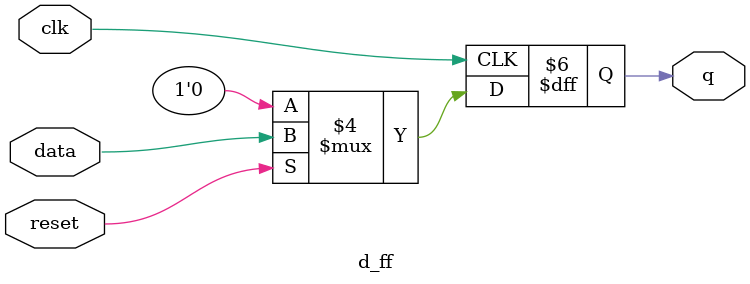
<source format=v>
module d_ff(data,clk,reset,q);
input data,clk,reset;
output q;
reg q;
//initial q=0,reset=1;
always @ (posedge clk)
if (~reset) 
	begin
		q=1'b0;
	end
else 
	begin
		q<=data;
	end
endmodule






















</source>
